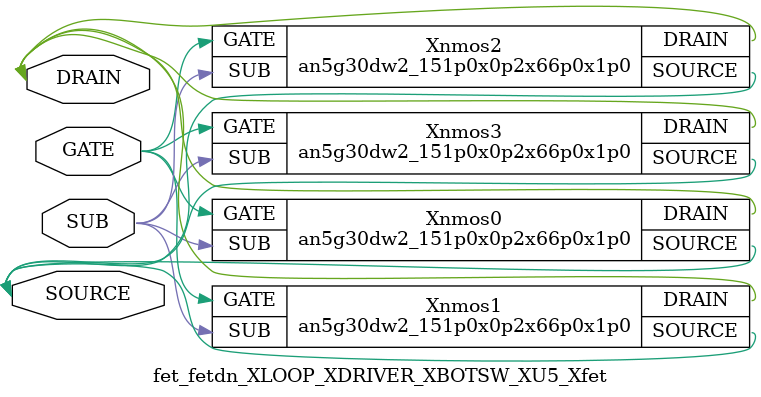
<source format=v>

module an5g30dw2_151p0x0p2x66p0x1p0 (DRAIN,GATE,SOURCE,SUB);
input GATE;
input SUB;
inout SOURCE;
inout DRAIN;
endmodule

//Celera Confidential Do Not Copy fet_fetdn_XLOOP_XDRIVER_XBOTSW_XU5_Xfet
//Celera Confidential Symbol Generator
//power NMOS:Ron:0.200 Ohm
//Vgs 6V Vds 30V
//Kelvin:no

module fet_fetdn_XLOOP_XDRIVER_XBOTSW_XU5_Xfet (GATE,SOURCE,DRAIN,SUB);
input GATE;
inout SOURCE;
inout DRAIN;
input SUB;

//Celera Confidential Do Not Copy an5g30dw2_151p0x0p2x66p0x1p0
an5g30dw2_151p0x0p2x66p0x1p0 Xnmos0(
.DRAIN (DRAIN),
.GATE (GATE),
.SOURCE (SOURCE),
.SUB (SUB)
);
//,diesize,an5g30dw2_151p0x0p2x66p0x1p0

//Celera Confidential Do Not Copy an5g30dw2_151p0x0p2x66p0x1p0
an5g30dw2_151p0x0p2x66p0x1p0 Xnmos1(
.DRAIN (DRAIN),
.GATE (GATE),
.SOURCE (SOURCE),
.SUB (SUB)
);
//,diesize,an5g30dw2_151p0x0p2x66p0x1p0

//Celera Confidential Do Not Copy an5g30dw2_151p0x0p2x66p0x1p0
an5g30dw2_151p0x0p2x66p0x1p0 Xnmos2(
.DRAIN (DRAIN),
.GATE (GATE),
.SOURCE (SOURCE),
.SUB (SUB)
);
//,diesize,an5g30dw2_151p0x0p2x66p0x1p0

//Celera Confidential Do Not Copy an5g30dw2_151p0x0p2x66p0x1p0
an5g30dw2_151p0x0p2x66p0x1p0 Xnmos3(
.DRAIN (DRAIN),
.GATE (GATE),
.SOURCE (SOURCE),
.SUB (SUB)
);
//,diesize,an5g30dw2_151p0x0p2x66p0x1p0

//Celera Confidential Do Not Copy Module End
//Celera Schematic Generator
endmodule

</source>
